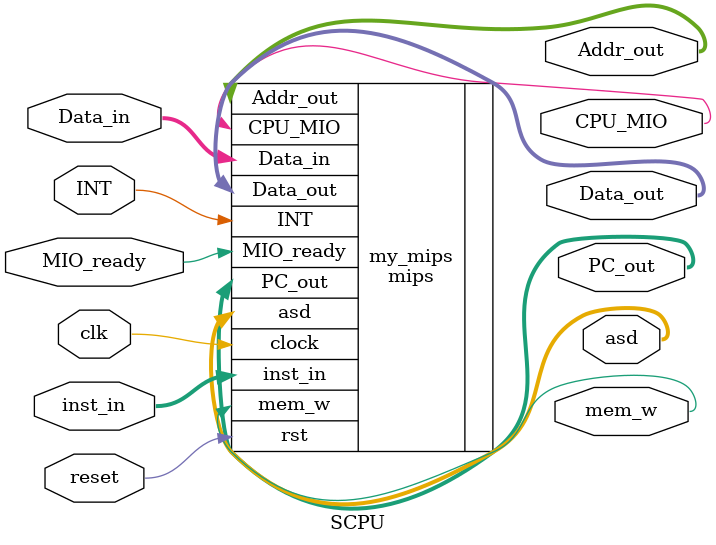
<source format=v>
`timescale 1ns / 1ps
module SCPU(	input clk,			//
					input reset,
					input MIO_ready,
									
					input [31:0]inst_in,
					input [31:0]Data_in,	
									
					output mem_w,
					output[31:0]PC_out,
					output[31:0]Addr_out,
					output[31:0]Data_out, 
					output CPU_MIO,
					input INT,
					output [31:0]asd 
				);
				
mips my_mips(.clock(clk), .rst(reset),.MIO_ready(MIO_ready),
.inst_in(inst_in), .Data_in(Data_in), .mem_w(mem_w), 
.PC_out(PC_out), .Addr_out(Addr_out), .Data_out(Data_out),
.CPU_MIO(CPU_MIO), .INT(INT),.asd(asd));

				  
endmodule

</source>
